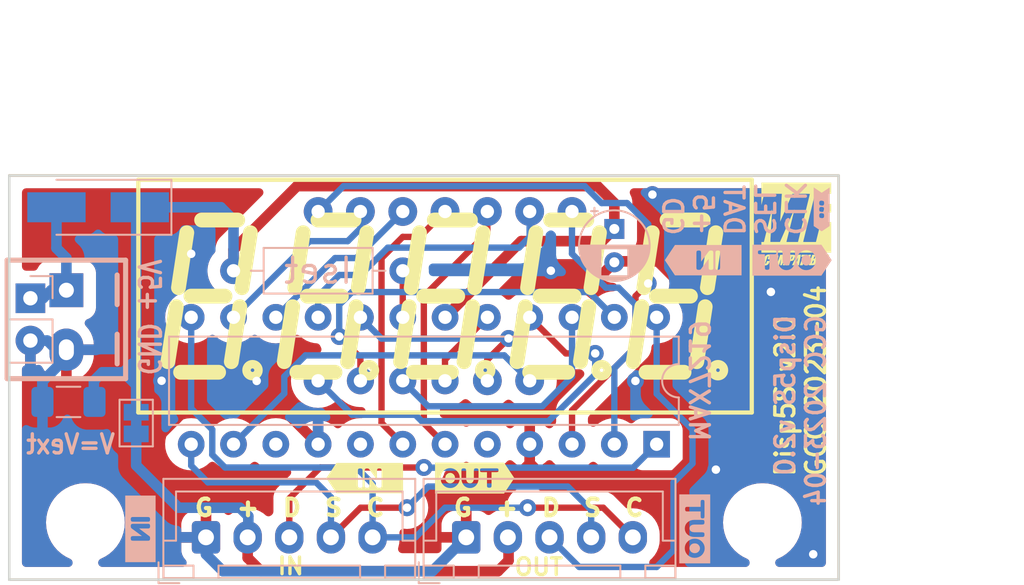
<source format=kicad_pcb>
(kicad_pcb (version 20211014) (generator pcbnew)
  (title_block (title "FSP-M10 AutoPilot") (rev "v1.0"))
  (layers (0 "F.Cu" signal "Rame.Fronte") (31 "B.Cu" signal "Rame.Retro") (34 "B.Paste" user) (35 "F.Paste" user) (36 "B.SilkS" user "B.Silkscreen") (37 "F.SilkS" user "F.Silkscreen") (38 "B.Mask" user) (39 "F.Mask" user) (44 "Edge.Cuts" user))
  (net 0 "")
  (net 1 "/K01")
  (net 2 "/K02")
  (net 3 "/K03")
  (net 4 "/K04")
  (net 5 "/K05")
  (net 6 "/K06")
  (net 7 "/S0A")
  (net 8 "/S0B")
  (net 9 "/S0C")
  (net 10 "/S0D")
  (net 11 "/S0E")
  (net 12 "/S0F")
  (net 13 "/S0G")
  (net 14 "/S0dp")
  (net 15 "GND")
  (net 16 "Net-(D1-Pad2)")
  (net 17 "/K07")
  (net 18 "Net-(IC1-Pad18)")
  (net 19 "/K08")
  (net 20 "/Vin")
  (net 21 "/Din")
  (net 22 "/Sel")
  (net 23 "/Clk")
  (net 24 "/DOut")
  (footprint "MountingHole:MountingHole_3.2mm_M3" (layer "F.Cu") (at 48.259998 58.801001 180)
    (fp_text reference "H2" hide)
    (fp_text value "CONN_1" hide)
    (pad "" np_thru_hole circle locked (at 0 0 180) (size 3.2 3.2) (drill 3.2) (layers F&B.Cu *.Mask))
  )
  (footprint "GCC_Logos:MF_compatible_4.2x5mm" (layer "F.Cu") (at 90.932 40.894)
    (fp_text reference "G***")
    (fp_text value "LOGO" hide)
  )
  (footprint "kibuzzard-643D9EA5" (layer "F.Cu") (at 65.024 56.134)
    (fp_text reference "kibuzzard-643D9EA5" hide)
    (fp_text value "G***" hide)
  )
  (footprint "MountingHole:MountingHole_3.2mm_M3" (layer "F.Cu") (at 88.899998 58.801001 180)
    (fp_text reference "H1" hide)
    (fp_text value "CONN_1" hide)
    (pad "" np_thru_hole circle locked (at 0 0 180) (size 3.2 3.2) (drill 3.2) (layers F&B.Cu *.Mask))
  )
  (footprint "GCC_Display:Disp7s5x_036" (layer "F.Cu") (at 69.84746 45.212)
    (fp_text reference "DP3" hide)
    (fp_text value "LEDDSP6_CK" hide)
    (pad "1" thru_hole circle locked (at -7.62 5.08 90) (size 1.7272 1.7272) (drill 0.8001) (layers *.Cu *.Mask) (net 11 "/S0E"))
    (pad "2" thru_hole circle locked (at -5.08 5.08 90) (size 1.6256 1.6256) (drill 0.8001) (layers *.Cu *.Mask) (net 10 "/S0D"))
    (pad "3" thru_hole circle locked (at -2.54 5.08 90) (size 1.6256 1.6256) (drill 0.8001) (layers *.Cu *.Mask) (net 14 "/S0dp"))
    (pad "4" thru_hole circle locked (at 0 5.08 90) (size 1.6256 1.6256) (drill 0.8001) (layers *.Cu *.Mask) (net 9 "/S0C"))
    (pad "5" thru_hole circle locked (at 2.54 5.08 90) (size 1.7272 1.7272) (drill 0.8001) (layers *.Cu *.Mask) (net 13 "/S0G"))
    (pad "6" thru_hole circle locked (at 5.08 5.08 90) (size 1.7272 1.7272) (drill 0.8001) (layers *.Cu *.Mask) (net 2 "/K02"))
    (pad "8" thru_hole circle locked (at 7.62 -5.08 90) (size 1.7272 1.7272) (drill 0.8001) (layers *.Cu *.Mask) (net 1 "/K01"))
    (pad "9" thru_hole circle locked (at 5.08 -5.08 90) (size 1.7272 1.7272) (drill 0.8001) (layers *.Cu *.Mask) (net 8 "/S0B"))
    (pad "10" thru_hole circle locked (at 2.54 -5.08 90) (size 1.7272 1.7272) (drill 0.8001) (layers *.Cu *.Mask) (net 3 "/K03"))
    (pad "11" thru_hole circle locked (at 0 -5.08 90) (size 1.7272 1.7272) (drill 0.8001) (layers *.Cu *.Mask) (net 4 "/K04"))
    (pad "12" thru_hole circle locked (at -2.53746 -5.08 90) (size 1.7272 1.7272) (drill 0.8001) (layers *.Cu *.Mask) (net 12 "/S0F"))
    (pad "13" thru_hole circle locked (at -5.08 -5.08 90) (size 1.7272 1.7272) (drill 0.8001) (layers *.Cu *.Mask) (net 7 "/S0A"))
    (pad "14" thru_hole circle locked (at -7.61746 -5.08 90) (size 1.7272 1.7272) (drill 0.8001) (layers *.Cu *.Mask) (net 5 "/K05"))
  )
  (footprint "kibuzzard-643D9E97" (layer "F.Cu") (at 71.628 56.134)
    (fp_text reference "kibuzzard-643D9E97" hide)
    (fp_text value "G***" hide)
  )
  (footprint "Jumper:SolderJumper-2_P1.3mm_Bridged_Pad1.0x1.5mm" (layer "B.Cu") (at 51.308 52.832 90)
    (fp_text reference "JP1" hide)
    (fp_text value "5V line")
    (fp_poly (pts (xy -0.25 0.3) (xy 0.25 0.3) (xy 0.25 -0.3) (xy -0.25 -0.3)) (layer "B.Cu") (width 0) (fill solid))
    (pad "1" smd rect (at -0.65 0 90) (size 1 1.5) (layers "B.Cu" "B.Mask") (net 20 "/Vin"))
    (pad "2" smd rect (at 0.65 0 90) (size 1 1.5) (layers "B.Cu" "B.Mask") (net 20 "/Vin"))
  )
  (footprint "Diode_SMD:D_SMA_Handsoldering" (layer "B.Cu") (at 49.022 39.878 180)
    (fp_text reference "D1" hide)
    (fp_text value "1N5819" hide)
    (pad "1" smd rect locked (at -2.5 0 180) (size 3.5 1.8) (layers "B.Cu" "B.Paste" "B.Mask") (net 20 "/Vin"))
    (pad "2" smd rect locked (at 2.5 0 180) (size 3.5 1.8) (layers "B.Cu" "B.Paste" "B.Mask") (net 16 "Net-(D1-Pad2)"))
  )
  (footprint "kibuzzard-643DAA36" (layer "B.Cu") (at 84.836 59.182 90)
    (fp_text reference "kibuzzard-643DAA36" hide)
    (fp_text value "G***" hide)
  )
  (footprint "Capacitor_SMD:C_1206_3216Metric_Pad1.33x1.80mm_HandSolder" (layer "B.Cu") (at 47.244 51.562 180)
    (fp_text reference "C2" hide)
    (fp_text value "100nF" hide)
    (pad "1" smd roundrect locked (at -1.5625 0 180) (size 1.325 1.8) (layers "B.Cu" "B.Paste" "B.Mask") (roundrect_rratio 0.188679) (net 20 "/Vin"))
    (pad "2" smd roundrect locked (at 1.5625 0 180) (size 1.325 1.8) (layers "B.Cu" "B.Paste" "B.Mask") (roundrect_rratio 0.188679) (net 15 "GND"))
  )
  (footprint "kibuzzard-6403BB05" (layer "B.Cu") (at 92.456 40.005 90)
    (fp_text reference "kibuzzard-6403BB05" hide)
    (fp_text value "G***" hide)
  )
  (footprint "Capacitor_THT:CP_Radial_D4.0mm_P2.00mm" (layer "B.Cu") (at 80.01 41.18 -90)
    (fp_text reference "C1" hide)
    (fp_text value "100uF 16V")
    (pad "1" thru_hole rect (at 0 0 270) (size 1.2 1.2) (drill 0.6) (layers *.Cu *.Mask) (net 20 "/Vin"))
    (pad "2" thru_hole circle (at 2 0 270) (size 1.2 1.2) (drill 0.6) (layers *.Cu *.Mask) (net 15 "GND"))
  )
  (footprint "kibuzzard-643DAA60" (layer "B.Cu") (at 51.562 59.182 -90)
    (fp_text reference "kibuzzard-643DAA60" hide)
    (fp_text value "G***" hide)
  )
  (footprint "Resistor_THT:R_Axial_DIN0207_L6.3mm_D2.5mm_P10.16mm_Horizontal" (layer "B.Cu") (at 67.31 43.688 180)
    (fp_text reference "R1" hide)
    (fp_text value "Iset" (at 5.08 0) (layer "B.SilkS") (effects (font (size 1.5 1.5) (thickness 0.2)) (justify mirror)))
    (pad "1" thru_hole circle locked (at 0 0 180) (size 1.6 1.6) (drill 0.8) (layers F&B.Cu *.Mask) (net 18 "Net-(IC1-Pad18)"))
    (pad "2" thru_hole oval locked (at 10.16 0 180) (size 1.6 1.6) (drill 0.8) (layers F&B.Cu *.Mask) (net 20 "/Vin"))
  )
  (footprint "GCC_Headers:HDR2-3.50+3.81mm" (layer "B.Cu") (at 47.117 46.609 -90)
    (fp_text reference "P11" hide)
    (fp_text value "PWR" hide)
    (pad "1" thru_hole rect (at -1.7526 0 270) (size 2.032 2.032) (drill 0.9) (layers F&B.Cu *.Mask) (net 16 "Net-(D1-Pad2)"))
    (pad "2" thru_hole oval (at 1.82 0 270) (size 2.54 2.032) (drill oval 1.25 0.9) (layers F&B.Cu *.Mask) (net 15 "GND"))
  )
  (footprint "Connector_JST:JST_XH_B5B-XH-A_1x05_P2.50mm_Vertical" (layer "B.Cu") (at 55.499 59.69)
    (fp_text reference "P2" hide)
    (fp_text value "DataIn")
    (pad "1" thru_hole roundrect locked (at 0 0) (size 1.7 1.95) (drill 0.95) (layers F&B.Cu *.Mask) (roundrect_rratio 0.147059) (net 15 "GND"))
    (pad "2" thru_hole oval locked (at 2.5 0) (size 1.7 1.95) (drill 0.95) (layers F&B.Cu *.Mask) (net 20 "/Vin"))
    (pad "3" thru_hole oval locked (at 5 0) (size 1.7 1.95) (drill 0.95) (layers F&B.Cu *.Mask) (net 21 "/Din"))
    (pad "4" thru_hole oval locked (at 7.5 0) (size 1.7 1.95) (drill 0.95) (layers F&B.Cu *.Mask) (net 22 "/Sel"))
    (pad "5" thru_hole oval locked (at 10 0) (size 1.7 1.95) (drill 0.95) (layers F&B.Cu *.Mask) (net 23 "/Clk"))
  )
  (footprint "Connector_PinHeader_2.54mm:PinHeader_1x02_P2.54mm_Vertical" (layer "B.Cu") (at 44.958 45.339 180)
    (fp_text reference "P1" hide)
    (fp_text value "PWR" hide)
    (pad "1" thru_hole rect locked (at 0 0 180) (size 1.778 1.778) (drill 0.8636) (layers F&B.Cu *.Mask) (net 16 "Net-(D1-Pad2)"))
    (pad "2" thru_hole oval locked (at 0 -2.54 180) (size 1.778 1.778) (drill 0.8636) (layers F&B.Cu *.Mask) (net 15 "GND"))
  )
  (footprint "kibuzzard-6405E146" (layer "B.Cu") (at 90.678 43.053 180)
    (fp_text reference "kibuzzard-6405E146" hide)
    (fp_text value "G***" hide)
  )
  (footprint "kibuzzard-6405E14C" (layer "B.Cu") (at 85.344 43.053 180)
    (fp_text reference "kibuzzard-6405E14C" hide)
    (fp_text value "G***" hide)
  )
  (footprint "Connector_JST:JST_XH_B5B-XH-A_1x05_P2.50mm_Vertical" (layer "B.Cu") (at 71.12 59.69)
    (fp_text reference "P3" hide)
    (fp_text value "DataOut")
    (pad "1" thru_hole roundrect locked (at 0 0) (size 1.7 1.95) (drill 0.95) (layers F&B.Cu *.Mask) (roundrect_rratio 0.147059) (net 15 "GND"))
    (pad "2" thru_hole oval locked (at 2.5 0) (size 1.7 1.95) (drill 0.95) (layers F&B.Cu *.Mask) (net 20 "/Vin"))
    (pad "3" thru_hole oval locked (at 5 0) (size 1.7 1.95) (drill 0.95) (layers F&B.Cu *.Mask) (net 24 "/DOut"))
    (pad "4" thru_hole oval locked (at 7.5 0) (size 1.7 1.95) (drill 0.95) (layers F&B.Cu *.Mask) (net 22 "/Sel"))
    (pad "5" thru_hole oval locked (at 10 0) (size 1.7 1.95) (drill 0.95) (layers F&B.Cu *.Mask) (net 23 "/Clk"))
  )
  (footprint "Package_DIP:DIP-24_W7.62mm" (layer "B.Cu") (at 82.55 54.102 90)
    (fp_text reference "IC1" hide)
    (fp_text value "MAX7219CNG")
    (pad "1" thru_hole rect (at 0 0 90) (size 1.6 1.6) (drill 0.8) (layers *.Cu *.Mask) (net 21 "/Din"))
    (pad "2" thru_hole oval (at 0 -2.54 90) (size 1.6 1.6) (drill 0.8) (layers *.Cu *.Mask) (net 1 "/K01"))
    (pad "3" thru_hole oval (at 0 -5.08 90) (size 1.6 1.6) (drill 0.8) (layers *.Cu *.Mask) (net 5 "/K05"))
    (pad "4" thru_hole oval (at 0 -7.62 90) (size 1.6 1.6) (drill 0.8) (layers *.Cu *.Mask) (net 15 "GND"))
    (pad "5" thru_hole oval (at 0 -10.16 90) (size 1.6 1.6) (drill 0.8) (layers *.Cu *.Mask) (net 17 "/K07"))
    (pad "6" thru_hole oval (at 0 -12.7 90) (size 1.6 1.6) (drill 0.8) (layers *.Cu *.Mask) (net 3 "/K03"))
    (pad "7" thru_hole oval (at 0 -15.24 90) (size 1.6 1.6) (drill 0.8) (layers *.Cu *.Mask) (net 4 "/K04"))
    (pad "8" thru_hole oval (at 0 -17.78 90) (size 1.6 1.6) (drill 0.8) (layers *.Cu *.Mask) (net 19 "/K08"))
    (pad "9" thru_hole oval (at 0 -20.32 90) (size 1.6 1.6) (drill 0.8) (layers *.Cu *.Mask) (net 15 "GND"))
    (pad "10" thru_hole oval (at 0 -22.86 90) (size 1.6 1.6) (drill 0.8) (layers *.Cu *.Mask) (net 6 "/K06"))
    (pad "11" thru_hole oval (at 0 -25.4 90) (size 1.6 1.6) (drill 0.8) (layers *.Cu *.Mask) (net 2 "/K02"))
    (pad "12" thru_hole oval (at 0 -27.94 90) (size 1.6 1.6) (drill 0.8) (layers *.Cu *.Mask) (net 22 "/Sel"))
    (pad "13" thru_hole oval (at 7.62 -27.94 90) (size 1.6 1.6) (drill 0.8) (layers *.Cu *.Mask) (net 23 "/Clk"))
    (pad "14" thru_hole oval (at 7.62 -25.4 90) (size 1.6 1.6) (drill 0.8) (layers *.Cu *.Mask) (net 7 "/S0A"))
    (pad "15" thru_hole oval (at 7.62 -22.86 90) (size 1.6 1.6) (drill 0.8) (layers *.Cu *.Mask) (net 12 "/S0F"))
    (pad "16" thru_hole oval (at 7.62 -20.32 90) (size 1.6 1.6) (drill 0.8) (layers *.Cu *.Mask) (net 8 "/S0B"))
    (pad "17" thru_hole oval (at 7.62 -17.78 90) (size 1.6 1.6) (drill 0.8) (layers *.Cu *.Mask) (net 13 "/S0G"))
    (pad "18" thru_hole oval (at 7.62 -15.24 90) (size 1.6 1.6) (drill 0.8) (layers *.Cu *.Mask) (net 18 "Net-(IC1-Pad18)"))
    (pad "19" thru_hole oval (at 7.62 -12.7 90) (size 1.6 1.6) (drill 0.8) (layers *.Cu *.Mask) (net 20 "/Vin"))
    (pad "20" thru_hole oval (at 7.62 -10.16 90) (size 1.6 1.6) (drill 0.8) (layers *.Cu *.Mask) (net 9 "/S0C"))
    (pad "21" thru_hole oval (at 7.62 -7.62 90) (size 1.6 1.6) (drill 0.8) (layers *.Cu *.Mask) (net 11 "/S0E"))
    (pad "22" thru_hole oval (at 7.62 -5.08 90) (size 1.6 1.6) (drill 0.8) (layers *.Cu *.Mask) (net 14 "/S0dp"))
    (pad "23" thru_hole oval (at 7.62 -2.54 90) (size 1.6 1.6) (drill 0.8) (layers *.Cu *.Mask) (net 10 "/S0D"))
    (pad "24" thru_hole oval (at 7.62 0 90) (size 1.6 1.6) (drill 0.8) (layers *.Cu *.Mask) (net 24 "/DOut"))
  )
  (gr_line (start 43.688 37.973001) (end 43.688 62.230001) (layer "B.SilkS") (width 0.14986))
  (gr_line (start 43.687996 62.230001) (end 93.471996 62.230001) (layer "B.SilkS") (width 0.14986))
  (gr_line (start 93.471996 37.973001) (end 43.687996 37.973001) (layer "B.SilkS") (width 0.14986))
  (gr_line (start 93.471996 62.230001) (end 93.471996 37.973001) (layer "B.SilkS") (width 0.14986))
  (gr_line (start 43.687996 62.230001) (end 43.687996 37.973001) (layer "F.SilkS") (width 0.14986))
  (gr_line (start 93.471996 62.230001) (end 43.687996 62.230001) (layer "F.SilkS") (width 0.14986))
  (gr_line (start 43.687996 37.973001) (end 93.471996 37.973001) (layer "F.SilkS") (width 0.14986))
  (gr_line (start 93.471996 37.973001) (end 93.471996 62.230001) (layer "F.SilkS") (width 0.14986))
  (gr_line (start 93.472 37.973) (end 93.472 62.23) (layer "Edge.Cuts") (width 0.14986))
  (gr_line (start 43.688 37.973) (end 93.472 37.973) (layer "Edge.Cuts") (width 0.14986))
  (gr_line (start 93.472 62.23) (end 43.688 62.23) (layer "Edge.Cuts") (width 0.14986))
  (gr_line (start 43.688 62.23) (end 43.688 37.973) (layer "Edge.Cuts") (width 0.14986))
  (gr_text "GND" (at 52.07 48.387 270) (layer "B.SilkS") (effects (font (size 1.27 1.016) (thickness 0.2032)) (justify mirror)))
  (gr_text "Disp5S v2.0\nGCC 2023-04 " (at 91.186 46.228 90) (layer "B.SilkS") (effects (font (size 1.143 1.0668) (thickness 0.2032)) (justify left mirror)))
  (gr_text "+5V" (at 52.07 44.577 270) (layer "B.SilkS") (effects (font (size 1.27 1.016) (thickness 0.2032)) (justify mirror)))
  (gr_text "MAX7219" (at 85.09 50.292 270) (layer "B.SilkS") (effects (font (size 1.143 1.0668) (thickness 0.2032)) (justify mirror)))
  (gr_text "CLK\nSEL\nDAT\n+5\nGD" (at 87.1728 41.6814 270) (layer "B.SilkS") (effects (font (size 1.143 1.143) (thickness 0.2032)) (justify left mirror)))
  (gr_text "V=Vext" (at 47.371 54.102) (layer "B.SilkS") (effects (font (size 1.143 1.016) (thickness 0.2032)) (justify mirror)))
  (gr_text "G  +  D  S  C" (at 54.7116 57.912) (layer "F.SilkS") (effects (font (size 1 1) (thickness 0.25)) (justify left)))
  (gr_text "OUT" (at 73.914 61.468) (layer "F.SilkS") (effects (font (size 1 1) (thickness 0.2032)) (justify left)))
  (gr_text "G  +  D  S  C" (at 70.2564 57.912) (layer "F.SilkS") (effects (font (size 1 1) (thickness 0.25)) (justify left)))
  (gr_text "Disp5S v2.0\nGCC 2023-04" (at 91.186 56.134 90) (layer "F.SilkS") (effects (font (size 1.143 1.0668) (thickness 0.2032)) (justify left)))
  (gr_text "IN" (at 59.69 61.4172) (layer "F.SilkS") (effects (font (size 1 1) (thickness 0.2032)) (justify left)))
  (segment (start 80.264 44.704) (end 79.502 44.704) (width 0.381) (layer "B.Cu") (net 1))
  (segment (start 79.502 44.704) (end 77.46746 42.66946) (width 0.381) (layer "B.Cu") (net 1))
  (segment (start 80.01 49.53) (end 81.28 48.26) (width 0.381) (layer "B.Cu") (net 1))
  (segment (start 81.28 48.26) (end 81.28 45.72) (width 0.381) (layer "B.Cu") (net 1))
  (segment (start 77.46746 42.66946) (end 77.46746 40.132) (width 0.381) (layer "B.Cu") (net 1))
  (segment (start 81.28 45.72) (end 80.264 44.704) (width 0.381) (layer "B.Cu") (net 1))
  (segment (start 80.01 54.102) (end 80.01 49.53) (width 0.381) (layer "B.Cu") (net 1))
  (segment (start 60.198 50.038) (end 60.198 51.054) (width 0.381) (layer "B.Cu") (net 2))
  (segment (start 73.40346 48.768) (end 61.468 48.768) (width 0.381) (layer "B.Cu") (net 2))
  (segment (start 60.198 51.054) (end 57.15 54.102) (width 0.381) (layer "B.Cu") (net 2))
  (segment (start 61.468 48.768) (end 60.198 50.038) (width 0.381) (layer "B.Cu") (net 2))
  (segment (start 74.92746 50.292) (end 73.40346 48.768) (width 0.381) (layer "B.Cu") (net 2))
  (segment (start 68.575 52.842) (end 68.575 45.217) (width 0.381) (layer "F.Cu") (net 3))
  (segment (start 68.575 45.217) (end 72.38746 41.40454) (width 0.381) (layer "F.Cu") (net 3))
  (segment (start 69.835 54.102) (end 68.575 52.842) (width 0.381) (layer "F.Cu") (net 3))
  (segment (start 72.38746 41.40454) (end 72.38746 40.132) (width 0.381) (layer "F.Cu") (net 3))
  (segment (start 67.31 54.102) (end 66.035 52.827) (width 0.381) (layer "F.Cu") (net 4))
  (segment (start 66.035 52.827) (end 66.035 42.931) (width 0.381) (layer "F.Cu") (net 4))
  (segment (start 66.035 42.931) (end 67.31 41.656) (width 0.381) (layer "F.Cu") (net 4))
  (segment (start 68.326 41.656) (end 69.84746 40.13454) (width 0.381) (layer "F.Cu") (net 4))
  (segment (start 67.31 41.656) (end 68.326 41.656) (width 0.381) (layer "F.Cu") (net 4))
  (segment (start 77.47 52.07) (end 77.47 54.102) (width 0.381) (layer "F.Cu") (net 5))
  (segment (start 81.28 48.26) (end 77.47 52.07) (width 0.381) (layer "F.Cu") (net 5))
  (segment (start 81.28 45.212) (end 81.28 48.26) (width 0.381) (layer "F.Cu") (net 5))
  (segment (start 82.042 44.45) (end 81.28 45.212) (width 0.381) (layer "F.Cu") (net 5))
  (via (at 82.042 44.45) (size 1.016) (drill 0.508) (layers "F.Cu" "B.Cu") (net 5))
  (segment (start 80.772 39.624) (end 82.042 40.894) (width 0.381) (layer "B.Cu") (net 5))
  (segment (start 79.248 39.624) (end 80.772 39.624) (width 0.381) (layer "B.Cu") (net 5))
  (segment (start 63.754 38.608) (end 78.232 38.608) (width 0.381) (layer "B.Cu") (net 5))
  (segment (start 78.232 38.608) (end 79.248 39.624) (width 0.381) (layer "B.Cu") (net 5))
  (segment (start 82.042 40.894) (end 82.042 44.45) (width 0.381) (layer "B.Cu") (net 5))
  (segment (start 62.23 40.132) (end 63.754 38.608) (width 0.381) (layer "B.Cu") (net 5))
  (segment (start 64.008 41.91) (end 64.76746 41.15054) (width 0.381) (layer "B.Cu") (net 7))
  (segment (start 57.15 46.482) (end 61.722 41.91) (width 0.381) (layer "B.Cu") (net 7))
  (segment (start 64.76746 41.15054) (end 64.76746 40.132) (width 0.381) (layer "B.Cu") (net 7))
  (segment (start 61.722 41.91) (end 64.008 41.91) (width 0.381) (layer "B.Cu") (net 7))
  (segment (start 66.411 42.301) (end 64.77 43.942) (width 0.381) (layer "B.Cu") (net 8))
  (segment (start 74.925 41.666) (end 74.925 40.142) (width 0.381) (layer "B.Cu") (net 8))
  (segment (start 63.5 43.942) (end 62.23 45.212) (width 0.381) (layer "B.Cu") (net 8))
  (segment (start 64.77 43.942) (end 63.5 43.942) (width 0.381) (layer "B.Cu") (net 8))
  (segment (start 74.29 42.301) (end 74.925 41.666) (width 0.381) (layer "B.Cu") (net 8))
  (segment (start 62.23 45.212) (end 62.23 46.482) (width 0.381) (layer "B.Cu") (net 8))
  (segment (start 66.411 42.301) (end 74.29 42.301) (width 0.381) (layer "B.Cu") (net 8))
  (segment (start 69.845 50.302) (end 69.845 49.027) (width 0.381) (layer "F.Cu") (net 9))
  (segment (start 69.845 49.027) (end 72.39 46.482) (width 0.381) (layer "F.Cu") (net 9))
  (segment (start 63.495 47.635) (end 64.76746 48.90746) (width 0.381) (layer "F.Cu") (net 10))
  (segment (start 64.76746 48.90746) (end 64.76746 50.292) (width 0.381) (layer "F.Cu") (net 10))
  (via (at 63.495 47.635) (size 1.016) (drill 0.508) (layers "F.Cu" "B.Cu") (net 10))
  (segment (start 64.257 44.968) (end 63.495 45.73) (width 0.381) (layer "B.Cu") (net 10))
  (segment (start 64.257 44.968) (end 78.496 44.968) (width 0.381) (layer "B.Cu") (net 10))
  (segment (start 78.496 44.968) (end 80.01 46.482) (width 0.381) (layer "B.Cu") (net 10))
  (segment (start 63.495 45.73) (end 63.495 47.635) (width 0.381) (layer "B.Cu") (net 10))
  (segment (start 77.099 48.651) (end 74.93 46.482) (width 0.381) (layer "F.Cu") (net 11))
  (segment (start 78.862 48.651) (end 77.099 48.651) (width 0.381) (layer "F.Cu") (net 11))
  (via (at 78.862 48.651) (size 1.016) (drill 0.508) (layers "F.Cu" "B.Cu") (net 11))
  (segment (start 68.448 52.715) (end 76.063 52.715) (width 0.381) (layer "B.Cu") (net 11))
  (segment (start 68.067 52.334) (end 68.448 52.715) (width 0.381) (layer "B.Cu") (net 11))
  (segment (start 76.063 52.715) (end 78.862 49.916) (width 0.381) (layer "B.Cu") (net 11))
  (segment (start 64.26946 52.334) (end 68.067 52.334) (width 0.381) (layer "B.Cu") (net 11))
  (segment (start 78.862 49.916) (end 78.862 48.651) (width 0.381) (layer "B.Cu") (net 11))
  (segment (start 62.22746 50.292) (end 64.26946 52.334) (width 0.381) (layer "B.Cu") (net 11))
  (segment (start 59.69 46.482) (end 63.246 42.926) (width 0.381) (layer "B.Cu") (net 12))
  (segment (start 63.246 42.926) (end 64.521 42.926) (width 0.381) (layer "B.Cu") (net 12))
  (segment (start 64.521 42.926) (end 67.305 40.142) (width 0.381) (layer "B.Cu") (net 12))
  (segment (start 72.38746 49.02454) (end 72.38746 50.292) (width 0.381) (layer "F.Cu") (net 13))
  (segment (start 73.66 47.752) (end 72.38746 49.02454) (width 0.381) (layer "F.Cu") (net 13))
  (via (at 73.66 47.752) (size 1.016) (drill 0.508) (layers "F.Cu" "B.Cu") (net 13))
  (segment (start 66.0325 47.7595) (end 64.77 46.497) (width 0.381) (layer "B.Cu") (net 13))
  (segment (start 73.6525 47.7595) (end 73.66 47.752) (width 0.381) (layer "B.Cu") (net 13))
  (segment (start 66.0325 47.7595) (end 73.6525 47.7595) (width 0.381) (layer "B.Cu") (net 13))
  (segment (start 75.6845 51.8235) (end 77.47 50.038) (width 0.381) (layer "B.Cu") (net 14))
  (segment (start 67.305 50.302) (end 68.8265 51.8235) (width 0.381) (layer "B.Cu") (net 14))
  (segment (start 77.47 50.038) (end 77.47 46.482) (width 0.381) (layer "B.Cu") (net 14))
  (segment (start 68.8265 51.8235) (end 75.6845 51.8235) (width 0.381) (layer "B.Cu") (net 14))
  (segment (start 53.721 51.562) (end 53.721 52.578) (width 0.635) (layer "F.Cu") (net 15))
  (segment (start 71.12 59.69) (end 71.12 57.277) (width 0.635) (layer "F.Cu") (net 15))
  (segment (start 50.588 48.429) (end 53.721 51.562) (width 0.635) (layer "F.Cu") (net 15))
  (segment (start 72.3825 56.0145) (end 74.1755 56.0145) (width 0.635) (layer "F.Cu") (net 15))
  (segment (start 75.692 56.007) (end 83.566 56.007) (width 0.635) (layer "F.Cu") (net 15))
  (segment (start 53.721 59.69) (end 52.5145 58.4835) (width 0.635) (layer "F.Cu") (net 15))
  (segment (start 62.23 54.102) (end 60.208 52.08) (width 0.635) (layer "F.Cu") (net 15))
  (segment (start 74.93 55.26) (end 74.945 55.26) (width 0.635) (layer "F.Cu") (net 15))
  (segment (start 74.945 55.26) (end 75.692 56.007) (width 0.635) (layer "F.Cu") (net 15))
  (segment (start 83.566 56.007) (end 85.471 54.102) (width 0.635) (layer "F.Cu") (net 15))
  (segment (start 85.471 45.974) (end 82.619776 43.122776) (width 0.635) (layer "F.Cu") (net 15))
  (segment (start 52.5145 53.7845) (end 53.721 52.578) (width 0.635) (layer "F.Cu") (net 15))
  (segment (start 82.619776 43.122776) (end 80.01 43.122776) (width 0.635) (layer "F.Cu") (net 15))
  (segment (start 85.471 54.102) (end 85.471 45.974) (width 0.635) (layer "F.Cu") (net 15))
  (segment (start 54.219 52.08) (end 54.239 52.08) (width 0.635) (layer "F.Cu") (net 15))
  (segment (start 53.721 51.562) (end 53.9115 51.7525) (width 0.635) (layer "F.Cu") (net 15))
  (segment (start 60.208 52.08) (end 54.239 52.08) (width 0.635) (layer "F.Cu") (net 15))
  (segment (start 55.499 59.69) (end 53.721 59.69) (width 0.635) (layer "F.Cu") (net 15))
  (segment (start 47.117 48.429) (end 50.588 48.429) (width 0.635) (layer "F.Cu") (net 15))
  (segment (start 53.721 52.578) (end 54.219 52.08) (width 0.635) (layer "F.Cu") (net 15))
  (segment (start 52.5145 58.4835) (end 52.5145 53.7845) (width 0.635) (layer "F.Cu") (net 15))
  (segment (start 74.1755 56.0145) (end 74.93 55.26) (width 0.635) (layer "F.Cu") (net 15))
  (segment (start 74.93 54.102) (end 74.93 55.26) (width 0.635) (layer "F.Cu") (net 15))
  (segment (start 54.239 52.08) (end 53.9115 51.7525) (width 0.635) (layer "F.Cu") (net 15))
  (segment (start 71.12 57.277) (end 72.3825 56.0145) (width 0.635) (layer "F.Cu") (net 15))
  (via (at 89.408 44.958) (size 1.016) (drill 0.508) (layers "F.Cu" "B.Cu") (net 15))
  (via (at 82.296 39.116) (size 1.016) (drill 0.508) (layers "F.Cu" "B.Cu") (net 15))
  (via (at 52.832 50.292) (size 1.016) (drill 0.508) (layers "F.Cu" "B.Cu") (net 15))
  (via (at 54.61 42.672) (size 1.016) (drill 0.508) (layers "F.Cu" "B.Cu") (net 15))
  (via (at 91.948 60.706) (size 1.016) (drill 0.508) (layers "F.Cu" "B.Cu") (net 15))
  (via (at 58.542 50.302) (size 1.016) (drill 0.508) (layers "F.Cu" "B.Cu") (net 15))
  (via (at 86.106 55.626) (size 1.016) (drill 0.508) (layers "F.Cu" "B.Cu") (net 15))
  (via (at 76.2 43.688) (size 1.016) (drill 0.508) (layers "F.Cu" "B.Cu") (net 15))
  (via (at 81.275 50.302) (size 1.016) (drill 0.508) (layers "F.Cu" "B.Cu") (net 15))
  (segment (start 55.499 59.69) (end 55.499 60.706) (width 0.635) (layer "B.Cu") (net 15))
  (segment (start 46.524 48.429) (end 45.974 47.879) (width 0.635) (layer "B.Cu") (net 15))
  (segment (start 69.088 61.722) (end 71.12 59.69) (width 0.635) (layer "B.Cu") (net 15))
  (segment (start 55.499 60.706) (end 56.515 61.722) (width 0.635) (layer "B.Cu") (net 15))
  (segment (start 45.974 47.879) (end 44.958 47.879) (width 0.635) (layer "B.Cu") (net 15))
  (segment (start 56.515 61.722) (end 69.088 61.722) (width 0.635) (layer "B.Cu") (net 15))
  (segment (start 47.117 48.895) (end 45.6815 50.3305) (width 0.635) (layer "B.Cu") (net 15))
  (segment (start 45.6815 50.3305) (end 45.6815 51.562) (width 0.635) (layer "B.Cu") (net 15))
  (segment (start 46.2026 44.8564) (end 47.117 44.8564) (width 0.635) (layer "B.Cu") (net 16))
  (segment (start 47.117 42.926) (end 47.117 44.8564) (width 0.635) (layer "B.Cu") (net 16))
  (segment (start 46.522 39.878) (end 46.522 42.331) (width 0.635) (layer "B.Cu") (net 16))
  (segment (start 46.522 42.331) (end 47.117 42.926) (width 0.635) (layer "B.Cu") (net 16))
  (segment (start 45.72 45.339) (end 46.2026 44.8564) (width 0.635) (layer "B.Cu") (net 16))
  (segment (start 44.958 45.339) (end 45.72 45.339) (width 0.635) (layer "B.Cu") (net 16))
  (segment (start 67.31 46.482) (end 67.31 43.688) (width 0.381) (layer "F.Cu") (net 18))
  (segment (start 74.422 41.91) (end 79.28 41.91) (width 0.635) (layer "F.Cu") (net 20))
  (segment (start 58.801 61.722) (end 73.025 61.722) (width 0.635) (layer "F.Cu") (net 20))
  (segment (start 73.025 61.722) (end 73.66 61.087) (width 0.635) (layer "F.Cu") (net 20))
  (segment (start 57.15 42.418) (end 57.15 43.688) (width 0.635) (layer "F.Cu") (net 20))
  (segment (start 78.994 38.608) (end 60.96 38.608) (width 0.635) (layer "F.Cu") (net 20))
  (segment (start 80.01 41.18) (end 80.01 39.624) (width 0.635) (layer "F.Cu") (net 20))
  (segment (start 60.96 38.608) (end 57.15 42.418) (width 0.635) (layer "F.Cu") (net 20))
  (segment (start 69.85 46.482) (end 74.422 41.91) (width 0.635) (layer "F.Cu") (net 20))
  (segment (start 79.28 41.91) (end 80.01 41.18) (width 0.635) (layer "F.Cu") (net 20))
  (segment (start 57.999 60.92) (end 58.801 61.722) (width 0.635) (layer "F.Cu") (net 20))
  (segment (start 57.999 59.69) (end 57.999 60.92) (width 0.635) (layer "F.Cu") (net 20))
  (segment (start 80.01 39.624) (end 78.994 38.608) (width 0.635) (layer "F.Cu") (net 20))
  (segment (start 73.66 61.087) (end 73.66 59.73) (width 0.635) (layer "F.Cu") (net 20))
  (segment (start 50.546 49.784) (end 51.054 49.276) (width 0.635) (layer "B.Cu") (net 20))
  (segment (start 51.054 49.276) (end 51.308 49.276) (width 0.635) (layer "B.Cu") (net 20))
  (segment (start 51.308 49.784) (end 51.308 49.276) (width 0.635) (layer "B.Cu") (net 20))
  (segment (start 53.848 57.912) (end 51.308 55.372) (width 0.635) (layer "B.Cu") (net 20))
  (segment (start 56.134 39.878) (end 56.388 39.878) (width 0.635) (layer "B.Cu") (net 20))
  (segment (start 51.308 49.784) (end 50.546 49.784) (width 0.635) (layer "B.Cu") (net 20))
  (segment (start 50.546 49.784) (end 51.308 50.546) (width 0.635) (layer "B.Cu") (net 20))
  (segment (start 50.546 49.784) (end 49.276 49.784) (width 0.635) (layer "B.Cu") (net 20))
  (segment (start 51.308 49.276) (end 51.308 40.092) (width 0.635) (layer "B.Cu") (net 20))
  (segment (start 48.768 50.292) (end 48.768 51.5235) (width 0.635) (layer "B.Cu") (net 20))
  (segment (start 53.848 57.912) (end 57.531 57.912) (width 0.635) (layer "B.Cu") (net 20))
  (segment (start 51.308 52.182) (end 51.308 53.482) (width 0.635) (layer "B.Cu") (net 20))
  (segment (start 49.276 49.784) (end 48.768 50.292) (width 0.635) (layer "B.Cu") (net 20))
  (segment (start 51.308 50.546) (end 51.308 49.784) (width 0.635) (layer "B.Cu") (net 20))
  (segment (start 51.308 55.372) (end 51.308 53.482) (width 0.635) (layer "B.Cu") (net 20))
  (segment (start 57.15 40.64) (end 57.15 43.688) (width 0.635) (layer "B.Cu") (net 20))
  (segment (start 58.039 58.42) (end 58.039 59.65) (width 0.635) (layer "B.Cu") (net 20))
  (segment (start 57.531 57.912) (end 58.039 58.42) (width 0.635) (layer "B.Cu") (net 20))
  (segment (start 56.388 39.878) (end 57.15 40.64) (width 0.635) (layer "B.Cu") (net 20))
  (segment (start 51.308 52.182) (end 51.308 50.546) (width 0.635) (layer "B.Cu") (net 20))
  (segment (start 51.522 39.878) (end 56.134 39.878) (width 0.635) (layer "B.Cu") (net 20))
  (segment (start 62.357 55.499) (end 60.499 57.357) (width 0.381) (layer "F.Cu") (net 21))
  (segment (start 68.58 55.499) (end 62.357 55.499) (width 0.381) (layer "F.Cu") (net 21))
  (segment (start 60.499 57.357) (end 60.499 59.69) (width 0.381) (layer "F.Cu") (net 21))
  (via (at 68.58 55.499) (size 1.016) (drill 0.508) (layers "F.Cu" "B.Cu") (net 21))
  (segment (start 81.143 55.509) (end 82.55 54.102) (width 0.381) (layer "B.Cu") (net 21))
  (segment (start 68.59 55.509) (end 81.143 55.509) (width 0.381) (layer "B.Cu") (net 21))
  (segment (start 68.59 55.509) (end 68.58 55.499) (width 0.381) (layer "B.Cu") (net 21))
  (segment (start 64.777 57.912) (end 62.999 59.69) (width 0.381) (layer "F.Cu") (net 22))
  (segment (start 67.564 57.912) (end 64.777 57.912) (width 0.381) (layer "F.Cu") (net 22))
  (via (at 67.564 57.912) (size 1.016) (drill 0.508) (layers "F.Cu" "B.Cu") (net 22))
  (segment (start 68.834 56.642) (end 67.564 57.912) (width 0.381) (layer "B.Cu") (net 22))
  (segment (start 68.834 56.642) (end 77.216 56.642) (width 0.381) (layer "B.Cu") (net 22))
  (segment (start 54.61 54.102) (end 54.61 55.387) (width 0.381) (layer "B.Cu") (net 22))
  (segment (start 55.626 56.388) (end 62.103 56.388) (width 0.381) (layer "B.Cu") (net 22))
  (segment (start 55.6185 56.3955) (end 55.626 56.388) (width 0.381) (layer "B.Cu") (net 22))
  (segment (start 77.216 56.642) (end 78.62 58.046) (width 0.381) (layer "B.Cu") (net 22))
  (segment (start 62.999 57.284) (end 62.999 59.69) (width 0.381) (layer "B.Cu") (net 22))
  (segment (start 54.61 55.387) (end 55.6185 56.3955) (width 0.381) (layer "B.Cu") (net 22))
  (segment (start 62.103 56.388) (end 62.999 57.284) (width 0.381) (layer "B.Cu") (net 22))
  (segment (start 78.62 59.69) (end 78.62 58.046) (width 0.381) (layer "B.Cu") (net 22))
  (segment (start 79.342 57.912) (end 81.12 59.69) (width 0.381) (layer "F.Cu") (net 23))
  (segment (start 74.803 57.912) (end 79.342 57.912) (width 0.381) (layer "F.Cu") (net 23))
  (via (at 74.803 57.912) (size 1.016) (drill 0.508) (layers "F.Cu" "B.Cu") (net 23))
  (segment (start 56.642 55.499) (end 64.516 55.499) (width 0.381) (layer "B.Cu") (net 23))
  (segment (start 54.605 51.953) (end 55.875 53.223) (width 0.381) (layer "B.Cu") (net 23))
  (segment (start 55.875 54.732) (end 56.642 55.499) (width 0.381) (layer "B.Cu") (net 23))
  (segment (start 54.605 48.026) (end 54.605 51.953) (width 0.381) (layer "B.Cu") (net 23))
  (segment (start 68.072 59.69) (end 69.85 57.912) (width 0.381) (layer "B.Cu") (net 23))
  (segment (start 54.61 48.021) (end 54.605 48.026) (width 0.381) (layer "B.Cu") (net 23))
  (segment (start 65.499 56.482) (end 65.499 59.69) (width 0.381) (layer "B.Cu") (net 23))
  (segment (start 64.516 55.499) (end 65.499 56.482) (width 0.381) (layer "B.Cu") (net 23))
  (segment (start 54.61 46.482) (end 54.61 48.021) (width 0.381) (layer "B.Cu") (net 23))
  (segment (start 55.875 53.223) (end 55.875 54.732) (width 0.381) (layer "B.Cu") (net 23))
  (segment (start 69.85 57.912) (end 74.803 57.912) (width 0.381) (layer "B.Cu") (net 23))
  (segment (start 65.499 59.69) (end 68.072 59.69) (width 0.381) (layer "B.Cu") (net 23))
  (segment (start 84.704 53.223) (end 82.55 51.069) (width 0.381) (layer "B.Cu") (net 24))
  (segment (start 83.561 56.398) (end 83.561 60.457) (width 0.381) (layer "B.Cu") (net 24))
  (segment (start 82.55 61.468) (end 77.898 61.468) (width 0.381) (layer "B.Cu") (net 24))
  (segment (start 84.704 55.255) (end 84.704 53.223) (width 0.381) (layer "B.Cu") (net 24))
  (segment (start 77.898 61.468) (end 76.12 59.69) (width 0.381) (layer "B.Cu") (net 24))
  (segment (start 83.561 60.457) (end 82.55 61.468) (width 0.381) (layer "B.Cu") (net 24))
  (segment (start 83.561 56.398) (end 84.704 55.255) (width 0.381) (layer "B.Cu") (net 24))
  (segment (start 82.55 51.069) (end 82.55 46.482) (width 0.381) (layer "B.Cu") (net 24))
  (zone (net 15) (net_name "GND") (layer "F.Cu") (connect_pads (clearance 0.762)) (min_thickness 0.508) (fill yes (thermal_gap 0.635) (thermal_bridge_width 0.635))
    (polygon (pts (xy 93.471998 62.230002) (xy 43.687998 62.23) (xy 43.687999 37.973) (xy 93.471997 37.973002)))
  )
  (zone (net 15) (net_name "GND") (layer "B.Cu") (connect_pads (clearance 0.762)) (min_thickness 0.508) (fill yes (thermal_gap 0.635) (thermal_bridge_width 0.635))
    (polygon (pts (xy 93.471998 37.973002) (xy 43.688 37.973) (xy 43.687998 62.23) (xy 93.471998 62.230002)))
  )
)
</source>
